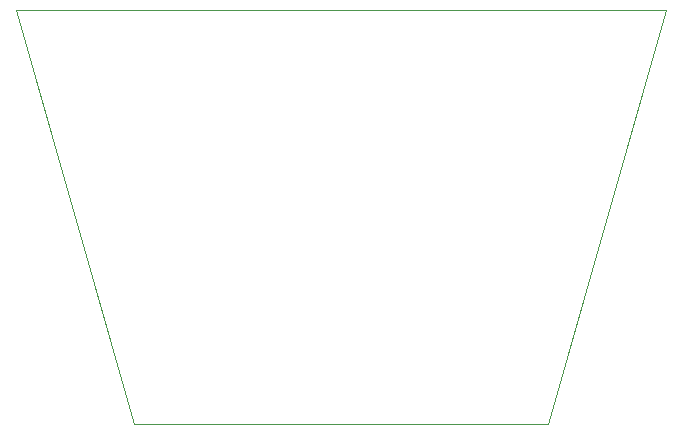
<source format=gko>
G75*
G70*
%OFA0B0*%
%FSLAX24Y24*%
%IPPOS*%
%LPD*%
%AMOC8*
5,1,8,0,0,1.08239X$1,22.5*
%
%ADD10C,0.0000*%
D10*
X004037Y000100D02*
X000100Y013880D01*
X021754Y013880D01*
X017817Y000100D01*
X004037Y000100D01*
M02*

</source>
